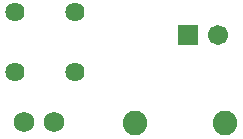
<source format=gts>
G04 Layer: TopSolderMaskLayer*
G04 EasyEDA v6.4.31, 2022-01-29 17:29:22*
G04 67aa8dcb152247358fa929708868e3bd,10*
G04 Gerber Generator version 0.2*
G04 Scale: 100 percent, Rotated: No, Reflected: No *
G04 Dimensions in millimeters *
G04 leading zeros omitted , absolute positions ,4 integer and 5 decimal *
%FSLAX45Y45*%
%MOMM*%

%ADD17C,1.6256*%
%ADD18C,2.0828*%
%ADD19C,1.7272*%
%ADD20C,1.7018*%

%LPD*%
D17*
G01*
X1435100Y4483100D03*
G01*
X1435100Y3975100D03*
G01*
X927100Y3975100D03*
G01*
X927100Y4483100D03*
D18*
G01*
X1943100Y3543300D03*
G01*
X2705100Y3543300D03*
D19*
G01*
X1003300Y3556000D03*
G01*
X1257300Y3556000D03*
D20*
G01*
X2641600Y4292600D03*
G36*
X2302509Y4207510D02*
G01*
X2302509Y4377689D01*
X2472690Y4377689D01*
X2472690Y4207510D01*
G37*
M02*

</source>
